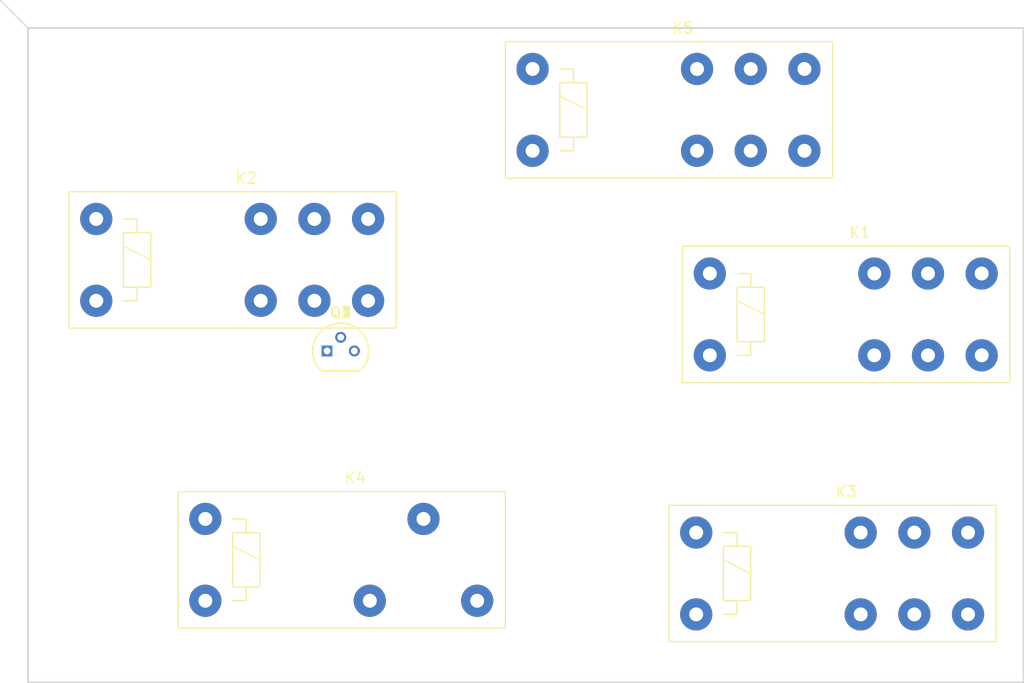
<source format=kicad_pcb>
(kicad_pcb (version 4) (host pcbnew 4.0.7)

  (general
    (links 23)
    (no_connects 21)
    (area 118.034999 72.314999 213.435001 135.965001)
    (thickness 1.6)
    (drawings 5)
    (tracks 0)
    (zones 0)
    (modules 9)
    (nets 27)
  )

  (page A4)
  (layers
    (0 F.Cu signal)
    (31 B.Cu signal)
    (32 B.Adhes user)
    (33 F.Adhes user)
    (34 B.Paste user)
    (35 F.Paste user)
    (36 B.SilkS user)
    (37 F.SilkS user)
    (38 B.Mask user)
    (39 F.Mask user)
    (40 Dwgs.User user)
    (41 Cmts.User user)
    (42 Eco1.User user)
    (43 Eco2.User user)
    (44 Edge.Cuts user)
    (45 Margin user)
    (46 B.CrtYd user)
    (47 F.CrtYd user)
    (48 B.Fab user)
    (49 F.Fab user)
  )

  (setup
    (last_trace_width 0.25)
    (trace_clearance 0.2)
    (zone_clearance 0.508)
    (zone_45_only no)
    (trace_min 0.2)
    (segment_width 0.2)
    (edge_width 0.15)
    (via_size 0.6)
    (via_drill 0.4)
    (via_min_size 0.4)
    (via_min_drill 0.3)
    (uvia_size 0.3)
    (uvia_drill 0.1)
    (uvias_allowed no)
    (uvia_min_size 0.2)
    (uvia_min_drill 0.1)
    (pcb_text_width 0.3)
    (pcb_text_size 1.5 1.5)
    (mod_edge_width 0.15)
    (mod_text_size 1 1)
    (mod_text_width 0.15)
    (pad_size 1.524 1.524)
    (pad_drill 0.762)
    (pad_to_mask_clearance 0.2)
    (aux_axis_origin 0 0)
    (visible_elements FFFFFF7F)
    (pcbplotparams
      (layerselection 0x00030_80000001)
      (usegerberextensions false)
      (excludeedgelayer true)
      (linewidth 0.100000)
      (plotframeref false)
      (viasonmask false)
      (mode 1)
      (useauxorigin false)
      (hpglpennumber 1)
      (hpglpenspeed 20)
      (hpglpendiameter 15)
      (hpglpenoverlay 2)
      (psnegative false)
      (psa4output false)
      (plotreference true)
      (plotvalue true)
      (plotinvisibletext false)
      (padsonsilk false)
      (subtractmaskfromsilk false)
      (outputformat 1)
      (mirror false)
      (drillshape 1)
      (scaleselection 1)
      (outputdirectory ""))
  )

  (net 0 "")
  (net 1 "Net-(D1-Pad1)")
  (net 2 GND)
  (net 3 "Net-(K1-Pad24)")
  (net 4 "Net-(K1-Pad22)")
  (net 5 "Net-(K1-Pad12)")
  (net 6 +VDC)
  (net 7 "Net-(K1-Pad14)")
  (net 8 "Net-(D2-Pad1)")
  (net 9 "Net-(K2-Pad24)")
  (net 10 "Net-(K2-Pad22)")
  (net 11 "Net-(K2-Pad14)")
  (net 12 "Net-(D3-Pad1)")
  (net 13 "Net-(K3-Pad24)")
  (net 14 "Net-(K3-Pad22)")
  (net 15 "Net-(K3-Pad14)")
  (net 16 "Net-(K4-PadA2)")
  (net 17 "Net-(K4-Pad14)")
  (net 18 "Net-(K4-Pad12)")
  (net 19 "Net-(AIR1-Pad1)")
  (net 20 "Net-(K5-Pad22)")
  (net 21 "Net-(K5-Pad12)")
  (net 22 "Net-(K5-Pad14)")
  (net 23 "Net-(Q1-Pad2)")
  (net 24 "Net-(Q2-Pad2)")
  (net 25 "Net-(Q3-Pad2)")
  (net 26 "Net-(Q3-Pad3)")

  (net_class Default "This is the default net class."
    (clearance 0.2)
    (trace_width 0.25)
    (via_dia 0.6)
    (via_drill 0.4)
    (uvia_dia 0.3)
    (uvia_drill 0.1)
    (add_net +VDC)
    (add_net GND)
    (add_net "Net-(AIR1-Pad1)")
    (add_net "Net-(D1-Pad1)")
    (add_net "Net-(D2-Pad1)")
    (add_net "Net-(D3-Pad1)")
    (add_net "Net-(K1-Pad12)")
    (add_net "Net-(K1-Pad14)")
    (add_net "Net-(K1-Pad22)")
    (add_net "Net-(K1-Pad24)")
    (add_net "Net-(K2-Pad14)")
    (add_net "Net-(K2-Pad22)")
    (add_net "Net-(K2-Pad24)")
    (add_net "Net-(K3-Pad14)")
    (add_net "Net-(K3-Pad22)")
    (add_net "Net-(K3-Pad24)")
    (add_net "Net-(K4-Pad12)")
    (add_net "Net-(K4-Pad14)")
    (add_net "Net-(K4-PadA2)")
    (add_net "Net-(K5-Pad12)")
    (add_net "Net-(K5-Pad14)")
    (add_net "Net-(K5-Pad22)")
    (add_net "Net-(Q1-Pad2)")
    (add_net "Net-(Q2-Pad2)")
    (add_net "Net-(Q3-Pad2)")
    (add_net "Net-(Q3-Pad3)")
  )

  (module Relays_THT:Relay_DPDT_Finder_40.52 (layer F.Cu) (tedit 58FA4BF0) (tstamp 5CEBF67B)
    (at 184.15 97.79)
    (descr "Relay DPDT Finder 40.52, Pitch 5mm, https://www.finder-relais.net/de/finder-relais-serie-40.pdf")
    (tags "Relay DPDT Finder 40.52 Pitch 5mm")
    (path /5CE8F613)
    (fp_text reference K1 (at 13.97 -3.81) (layer F.SilkS)
      (effects (font (size 1 1) (thickness 0.15)))
    )
    (fp_text value FINDER-41.52 (at 12.192 11.43) (layer F.Fab)
      (effects (font (size 1 1) (thickness 0.15)))
    )
    (fp_line (start 0 1.8) (end 0 5.8) (layer F.Fab) (width 0.12))
    (fp_line (start -2.5 -2.5) (end 27.5 -2.5) (layer F.Fab) (width 0.12))
    (fp_line (start 27.5 -2.5) (end 27.5 10.1) (layer F.Fab) (width 0.12))
    (fp_line (start 27.5 10.1) (end -2.5 10.1) (layer F.Fab) (width 0.12))
    (fp_line (start -2.5 10.1) (end -2.5 -2.5) (layer F.Fab) (width 0.12))
    (fp_text user %R (at 12.065 3.81) (layer F.Fab)
      (effects (font (size 1 1) (thickness 0.15)))
    )
    (fp_line (start 28.2 -2.78) (end 28.2 10.42) (layer F.CrtYd) (width 0.05))
    (fp_line (start -2.8 -2.78) (end 28.2 -2.78) (layer F.CrtYd) (width 0.05))
    (fp_line (start -2.8 10.42) (end -2.8 -2.78) (layer F.CrtYd) (width 0.05))
    (fp_line (start 28.2 10.42) (end -2.8 10.42) (layer F.CrtYd) (width 0.05))
    (fp_line (start 2.54 2.54) (end 5.08 3.81) (layer F.SilkS) (width 0.12))
    (fp_line (start 3.81 6.35) (end 3.81 7.62) (layer F.SilkS) (width 0.12))
    (fp_line (start 3.81 7.62) (end 2.54 7.62) (layer F.SilkS) (width 0.12))
    (fp_line (start 2.54 0) (end 3.81 0) (layer F.SilkS) (width 0.12))
    (fp_line (start 3.81 0) (end 3.81 1.27) (layer F.SilkS) (width 0.12))
    (fp_line (start 3.81 1.27) (end 5.08 1.27) (layer F.SilkS) (width 0.12))
    (fp_line (start 5.08 1.27) (end 5.08 6.35) (layer F.SilkS) (width 0.12))
    (fp_line (start 5.08 6.35) (end 2.54 6.35) (layer F.SilkS) (width 0.12))
    (fp_line (start 2.54 6.35) (end 2.54 1.27) (layer F.SilkS) (width 0.12))
    (fp_line (start 2.54 1.27) (end 3.81 1.27) (layer F.SilkS) (width 0.12))
    (fp_line (start -2.54 -2.54) (end 27.94 -2.54) (layer F.SilkS) (width 0.12))
    (fp_line (start 27.94 -2.54) (end 27.94 10.16) (layer F.SilkS) (width 0.12))
    (fp_line (start 27.94 10.16) (end -2.54 10.16) (layer F.SilkS) (width 0.12))
    (fp_line (start -2.54 10.16) (end -2.54 -2.54) (layer F.SilkS) (width 0.12))
    (pad A1 thru_hole circle (at 0 0) (size 3 3) (drill 1.3) (layers *.Cu *.Mask)
      (net 1 "Net-(D1-Pad1)"))
    (pad A2 thru_hole circle (at 0 7.62) (size 3 3) (drill 1.3) (layers *.Cu *.Mask)
      (net 2 GND))
    (pad 11 thru_hole circle (at 20.32 0) (size 3 3) (drill 1.3) (layers *.Cu *.Mask)
      (net 1 "Net-(D1-Pad1)"))
    (pad 24 thru_hole circle (at 25.32 7.62) (size 3 3) (drill 1.3) (layers *.Cu *.Mask)
      (net 3 "Net-(K1-Pad24)"))
    (pad 22 thru_hole circle (at 15.32 7.62) (size 3 3) (drill 1.3) (layers *.Cu *.Mask)
      (net 4 "Net-(K1-Pad22)"))
    (pad 12 thru_hole circle (at 15.32 0) (size 3 3) (drill 1.3) (layers *.Cu *.Mask)
      (net 5 "Net-(K1-Pad12)"))
    (pad 21 thru_hole circle (at 20.32 7.62) (size 3 3) (drill 1.3) (layers *.Cu *.Mask)
      (net 6 +VDC))
    (pad 14 thru_hole circle (at 25.32 0) (size 3 3) (drill 1.3) (layers *.Cu *.Mask)
      (net 7 "Net-(K1-Pad14)"))
    (model ${KISYS3DMOD}/Relays_THT.3dshapes/Relay_DPDT_Finder_40.52.wrl
      (at (xyz 0 0 0))
      (scale (xyz 1 1 1))
      (rotate (xyz 0 0 0))
    )
  )

  (module Relays_THT:Relay_DPDT_Finder_40.52 (layer F.Cu) (tedit 58FA4BF0) (tstamp 5CEBF687)
    (at 127 92.71)
    (descr "Relay DPDT Finder 40.52, Pitch 5mm, https://www.finder-relais.net/de/finder-relais-serie-40.pdf")
    (tags "Relay DPDT Finder 40.52 Pitch 5mm")
    (path /5CE8FD02)
    (fp_text reference K2 (at 13.97 -3.81) (layer F.SilkS)
      (effects (font (size 1 1) (thickness 0.15)))
    )
    (fp_text value FINDER-41.52 (at 12.192 11.43) (layer F.Fab)
      (effects (font (size 1 1) (thickness 0.15)))
    )
    (fp_line (start 0 1.8) (end 0 5.8) (layer F.Fab) (width 0.12))
    (fp_line (start -2.5 -2.5) (end 27.5 -2.5) (layer F.Fab) (width 0.12))
    (fp_line (start 27.5 -2.5) (end 27.5 10.1) (layer F.Fab) (width 0.12))
    (fp_line (start 27.5 10.1) (end -2.5 10.1) (layer F.Fab) (width 0.12))
    (fp_line (start -2.5 10.1) (end -2.5 -2.5) (layer F.Fab) (width 0.12))
    (fp_text user %R (at 12.065 3.81) (layer F.Fab)
      (effects (font (size 1 1) (thickness 0.15)))
    )
    (fp_line (start 28.2 -2.78) (end 28.2 10.42) (layer F.CrtYd) (width 0.05))
    (fp_line (start -2.8 -2.78) (end 28.2 -2.78) (layer F.CrtYd) (width 0.05))
    (fp_line (start -2.8 10.42) (end -2.8 -2.78) (layer F.CrtYd) (width 0.05))
    (fp_line (start 28.2 10.42) (end -2.8 10.42) (layer F.CrtYd) (width 0.05))
    (fp_line (start 2.54 2.54) (end 5.08 3.81) (layer F.SilkS) (width 0.12))
    (fp_line (start 3.81 6.35) (end 3.81 7.62) (layer F.SilkS) (width 0.12))
    (fp_line (start 3.81 7.62) (end 2.54 7.62) (layer F.SilkS) (width 0.12))
    (fp_line (start 2.54 0) (end 3.81 0) (layer F.SilkS) (width 0.12))
    (fp_line (start 3.81 0) (end 3.81 1.27) (layer F.SilkS) (width 0.12))
    (fp_line (start 3.81 1.27) (end 5.08 1.27) (layer F.SilkS) (width 0.12))
    (fp_line (start 5.08 1.27) (end 5.08 6.35) (layer F.SilkS) (width 0.12))
    (fp_line (start 5.08 6.35) (end 2.54 6.35) (layer F.SilkS) (width 0.12))
    (fp_line (start 2.54 6.35) (end 2.54 1.27) (layer F.SilkS) (width 0.12))
    (fp_line (start 2.54 1.27) (end 3.81 1.27) (layer F.SilkS) (width 0.12))
    (fp_line (start -2.54 -2.54) (end 27.94 -2.54) (layer F.SilkS) (width 0.12))
    (fp_line (start 27.94 -2.54) (end 27.94 10.16) (layer F.SilkS) (width 0.12))
    (fp_line (start 27.94 10.16) (end -2.54 10.16) (layer F.SilkS) (width 0.12))
    (fp_line (start -2.54 10.16) (end -2.54 -2.54) (layer F.SilkS) (width 0.12))
    (pad A1 thru_hole circle (at 0 0) (size 3 3) (drill 1.3) (layers *.Cu *.Mask)
      (net 8 "Net-(D2-Pad1)"))
    (pad A2 thru_hole circle (at 0 7.62) (size 3 3) (drill 1.3) (layers *.Cu *.Mask)
      (net 2 GND))
    (pad 11 thru_hole circle (at 20.32 0) (size 3 3) (drill 1.3) (layers *.Cu *.Mask)
      (net 8 "Net-(D2-Pad1)"))
    (pad 24 thru_hole circle (at 25.32 7.62) (size 3 3) (drill 1.3) (layers *.Cu *.Mask)
      (net 9 "Net-(K2-Pad24)"))
    (pad 22 thru_hole circle (at 15.32 7.62) (size 3 3) (drill 1.3) (layers *.Cu *.Mask)
      (net 10 "Net-(K2-Pad22)"))
    (pad 12 thru_hole circle (at 15.32 0) (size 3 3) (drill 1.3) (layers *.Cu *.Mask)
      (net 5 "Net-(K1-Pad12)"))
    (pad 21 thru_hole circle (at 20.32 7.62) (size 3 3) (drill 1.3) (layers *.Cu *.Mask)
      (net 4 "Net-(K1-Pad22)"))
    (pad 14 thru_hole circle (at 25.32 0) (size 3 3) (drill 1.3) (layers *.Cu *.Mask)
      (net 11 "Net-(K2-Pad14)"))
    (model ${KISYS3DMOD}/Relays_THT.3dshapes/Relay_DPDT_Finder_40.52.wrl
      (at (xyz 0 0 0))
      (scale (xyz 1 1 1))
      (rotate (xyz 0 0 0))
    )
  )

  (module Relays_THT:Relay_DPDT_Finder_40.52 (layer F.Cu) (tedit 58FA4BF0) (tstamp 5CEBF693)
    (at 182.88 121.92)
    (descr "Relay DPDT Finder 40.52, Pitch 5mm, https://www.finder-relais.net/de/finder-relais-serie-40.pdf")
    (tags "Relay DPDT Finder 40.52 Pitch 5mm")
    (path /5CE903E6)
    (fp_text reference K3 (at 13.97 -3.81) (layer F.SilkS)
      (effects (font (size 1 1) (thickness 0.15)))
    )
    (fp_text value FINDER-41.52 (at 12.192 11.43) (layer F.Fab)
      (effects (font (size 1 1) (thickness 0.15)))
    )
    (fp_line (start 0 1.8) (end 0 5.8) (layer F.Fab) (width 0.12))
    (fp_line (start -2.5 -2.5) (end 27.5 -2.5) (layer F.Fab) (width 0.12))
    (fp_line (start 27.5 -2.5) (end 27.5 10.1) (layer F.Fab) (width 0.12))
    (fp_line (start 27.5 10.1) (end -2.5 10.1) (layer F.Fab) (width 0.12))
    (fp_line (start -2.5 10.1) (end -2.5 -2.5) (layer F.Fab) (width 0.12))
    (fp_text user %R (at 12.065 3.81) (layer F.Fab)
      (effects (font (size 1 1) (thickness 0.15)))
    )
    (fp_line (start 28.2 -2.78) (end 28.2 10.42) (layer F.CrtYd) (width 0.05))
    (fp_line (start -2.8 -2.78) (end 28.2 -2.78) (layer F.CrtYd) (width 0.05))
    (fp_line (start -2.8 10.42) (end -2.8 -2.78) (layer F.CrtYd) (width 0.05))
    (fp_line (start 28.2 10.42) (end -2.8 10.42) (layer F.CrtYd) (width 0.05))
    (fp_line (start 2.54 2.54) (end 5.08 3.81) (layer F.SilkS) (width 0.12))
    (fp_line (start 3.81 6.35) (end 3.81 7.62) (layer F.SilkS) (width 0.12))
    (fp_line (start 3.81 7.62) (end 2.54 7.62) (layer F.SilkS) (width 0.12))
    (fp_line (start 2.54 0) (end 3.81 0) (layer F.SilkS) (width 0.12))
    (fp_line (start 3.81 0) (end 3.81 1.27) (layer F.SilkS) (width 0.12))
    (fp_line (start 3.81 1.27) (end 5.08 1.27) (layer F.SilkS) (width 0.12))
    (fp_line (start 5.08 1.27) (end 5.08 6.35) (layer F.SilkS) (width 0.12))
    (fp_line (start 5.08 6.35) (end 2.54 6.35) (layer F.SilkS) (width 0.12))
    (fp_line (start 2.54 6.35) (end 2.54 1.27) (layer F.SilkS) (width 0.12))
    (fp_line (start 2.54 1.27) (end 3.81 1.27) (layer F.SilkS) (width 0.12))
    (fp_line (start -2.54 -2.54) (end 27.94 -2.54) (layer F.SilkS) (width 0.12))
    (fp_line (start 27.94 -2.54) (end 27.94 10.16) (layer F.SilkS) (width 0.12))
    (fp_line (start 27.94 10.16) (end -2.54 10.16) (layer F.SilkS) (width 0.12))
    (fp_line (start -2.54 10.16) (end -2.54 -2.54) (layer F.SilkS) (width 0.12))
    (pad A1 thru_hole circle (at 0 0) (size 3 3) (drill 1.3) (layers *.Cu *.Mask)
      (net 12 "Net-(D3-Pad1)"))
    (pad A2 thru_hole circle (at 0 7.62) (size 3 3) (drill 1.3) (layers *.Cu *.Mask)
      (net 2 GND))
    (pad 11 thru_hole circle (at 20.32 0) (size 3 3) (drill 1.3) (layers *.Cu *.Mask)
      (net 12 "Net-(D3-Pad1)"))
    (pad 24 thru_hole circle (at 25.32 7.62) (size 3 3) (drill 1.3) (layers *.Cu *.Mask)
      (net 13 "Net-(K3-Pad24)"))
    (pad 22 thru_hole circle (at 15.32 7.62) (size 3 3) (drill 1.3) (layers *.Cu *.Mask)
      (net 14 "Net-(K3-Pad22)"))
    (pad 12 thru_hole circle (at 15.32 0) (size 3 3) (drill 1.3) (layers *.Cu *.Mask)
      (net 5 "Net-(K1-Pad12)"))
    (pad 21 thru_hole circle (at 20.32 7.62) (size 3 3) (drill 1.3) (layers *.Cu *.Mask)
      (net 10 "Net-(K2-Pad22)"))
    (pad 14 thru_hole circle (at 25.32 0) (size 3 3) (drill 1.3) (layers *.Cu *.Mask)
      (net 15 "Net-(K3-Pad14)"))
    (model ${KISYS3DMOD}/Relays_THT.3dshapes/Relay_DPDT_Finder_40.52.wrl
      (at (xyz 0 0 0))
      (scale (xyz 1 1 1))
      (rotate (xyz 0 0 0))
    )
  )

  (module Relays_THT:Relay_SPDT_Finder_40.51 (layer F.Cu) (tedit 58FA4B08) (tstamp 5CEBF69C)
    (at 137.16 120.65)
    (descr "Relay SPDT Finder 40.51 RM5mm, https://www.finder-relais.net/de/finder-relais-serie-40.pdf")
    (tags "Relay SPDT Finder 40.51 Pitch 5mm")
    (path /5CE98DF8)
    (fp_text reference K4 (at 13.97 -3.81) (layer F.SilkS)
      (effects (font (size 1 1) (thickness 0.15)))
    )
    (fp_text value FINDER-40.51 (at 12.192 11.43) (layer F.Fab)
      (effects (font (size 1 1) (thickness 0.15)))
    )
    (fp_line (start 0 1.8) (end 0 5.8) (layer F.Fab) (width 0.12))
    (fp_line (start -2.5 -2.5) (end 27.5 -2.5) (layer F.Fab) (width 0.12))
    (fp_line (start 27.5 -2.5) (end 27.5 10.1) (layer F.Fab) (width 0.12))
    (fp_line (start 27.5 10.1) (end -2.5 10.1) (layer F.Fab) (width 0.12))
    (fp_line (start -2.5 10.1) (end -2.5 -2.5) (layer F.Fab) (width 0.12))
    (fp_text user %R (at 12.065 3.81) (layer F.Fab)
      (effects (font (size 1 1) (thickness 0.15)))
    )
    (fp_line (start 28.2 -2.78) (end 28.2 10.42) (layer F.CrtYd) (width 0.05))
    (fp_line (start -2.8 -2.78) (end 28.2 -2.78) (layer F.CrtYd) (width 0.05))
    (fp_line (start -2.8 10.42) (end -2.8 -2.78) (layer F.CrtYd) (width 0.05))
    (fp_line (start 28.2 10.42) (end -2.8 10.42) (layer F.CrtYd) (width 0.05))
    (fp_line (start 2.54 2.54) (end 5.08 3.81) (layer F.SilkS) (width 0.12))
    (fp_line (start 3.81 6.35) (end 3.81 7.62) (layer F.SilkS) (width 0.12))
    (fp_line (start 3.81 7.62) (end 2.54 7.62) (layer F.SilkS) (width 0.12))
    (fp_line (start 2.54 0) (end 3.81 0) (layer F.SilkS) (width 0.12))
    (fp_line (start 3.81 0) (end 3.81 1.27) (layer F.SilkS) (width 0.12))
    (fp_line (start 3.81 1.27) (end 5.08 1.27) (layer F.SilkS) (width 0.12))
    (fp_line (start 5.08 1.27) (end 5.08 6.35) (layer F.SilkS) (width 0.12))
    (fp_line (start 5.08 6.35) (end 2.54 6.35) (layer F.SilkS) (width 0.12))
    (fp_line (start 2.54 6.35) (end 2.54 1.27) (layer F.SilkS) (width 0.12))
    (fp_line (start 2.54 1.27) (end 3.81 1.27) (layer F.SilkS) (width 0.12))
    (fp_line (start -2.54 -2.54) (end 27.94 -2.54) (layer F.SilkS) (width 0.12))
    (fp_line (start 27.94 -2.54) (end 27.94 10.16) (layer F.SilkS) (width 0.12))
    (fp_line (start 27.94 10.16) (end -2.54 10.16) (layer F.SilkS) (width 0.12))
    (fp_line (start -2.54 10.16) (end -2.54 -2.54) (layer F.SilkS) (width 0.12))
    (pad A1 thru_hole circle (at 0 0) (size 3 3) (drill 1.3) (layers *.Cu *.Mask)
      (net 2 GND))
    (pad A2 thru_hole circle (at 0 7.62) (size 3 3) (drill 1.3) (layers *.Cu *.Mask)
      (net 16 "Net-(K4-PadA2)"))
    (pad 11 thru_hole circle (at 20.32 0) (size 3 3) (drill 1.3) (layers *.Cu *.Mask)
      (net 6 +VDC))
    (pad 14 thru_hole circle (at 25.32 7.62) (size 3 3) (drill 1.3) (layers *.Cu *.Mask)
      (net 17 "Net-(K4-Pad14)"))
    (pad 12 thru_hole circle (at 15.32 7.62) (size 3 3) (drill 1.3) (layers *.Cu *.Mask)
      (net 18 "Net-(K4-Pad12)"))
    (model ${KISYS3DMOD}/Relays_THT.3dshapes/Relay_SPDT_Finder_40.51.wrl
      (at (xyz 0 0 0))
      (scale (xyz 1 1 1))
      (rotate (xyz 0 0 0))
    )
  )

  (module Relays_THT:Relay_DPDT_Finder_40.52 (layer F.Cu) (tedit 58FA4BF0) (tstamp 5CEBF6A8)
    (at 167.64 78.74)
    (descr "Relay DPDT Finder 40.52, Pitch 5mm, https://www.finder-relais.net/de/finder-relais-serie-40.pdf")
    (tags "Relay DPDT Finder 40.52 Pitch 5mm")
    (path /5CE9924F)
    (fp_text reference K5 (at 13.97 -3.81) (layer F.SilkS)
      (effects (font (size 1 1) (thickness 0.15)))
    )
    (fp_text value FINDER-41.52 (at 12.192 11.43) (layer F.Fab)
      (effects (font (size 1 1) (thickness 0.15)))
    )
    (fp_line (start 0 1.8) (end 0 5.8) (layer F.Fab) (width 0.12))
    (fp_line (start -2.5 -2.5) (end 27.5 -2.5) (layer F.Fab) (width 0.12))
    (fp_line (start 27.5 -2.5) (end 27.5 10.1) (layer F.Fab) (width 0.12))
    (fp_line (start 27.5 10.1) (end -2.5 10.1) (layer F.Fab) (width 0.12))
    (fp_line (start -2.5 10.1) (end -2.5 -2.5) (layer F.Fab) (width 0.12))
    (fp_text user %R (at 12.065 3.81) (layer F.Fab)
      (effects (font (size 1 1) (thickness 0.15)))
    )
    (fp_line (start 28.2 -2.78) (end 28.2 10.42) (layer F.CrtYd) (width 0.05))
    (fp_line (start -2.8 -2.78) (end 28.2 -2.78) (layer F.CrtYd) (width 0.05))
    (fp_line (start -2.8 10.42) (end -2.8 -2.78) (layer F.CrtYd) (width 0.05))
    (fp_line (start 28.2 10.42) (end -2.8 10.42) (layer F.CrtYd) (width 0.05))
    (fp_line (start 2.54 2.54) (end 5.08 3.81) (layer F.SilkS) (width 0.12))
    (fp_line (start 3.81 6.35) (end 3.81 7.62) (layer F.SilkS) (width 0.12))
    (fp_line (start 3.81 7.62) (end 2.54 7.62) (layer F.SilkS) (width 0.12))
    (fp_line (start 2.54 0) (end 3.81 0) (layer F.SilkS) (width 0.12))
    (fp_line (start 3.81 0) (end 3.81 1.27) (layer F.SilkS) (width 0.12))
    (fp_line (start 3.81 1.27) (end 5.08 1.27) (layer F.SilkS) (width 0.12))
    (fp_line (start 5.08 1.27) (end 5.08 6.35) (layer F.SilkS) (width 0.12))
    (fp_line (start 5.08 6.35) (end 2.54 6.35) (layer F.SilkS) (width 0.12))
    (fp_line (start 2.54 6.35) (end 2.54 1.27) (layer F.SilkS) (width 0.12))
    (fp_line (start 2.54 1.27) (end 3.81 1.27) (layer F.SilkS) (width 0.12))
    (fp_line (start -2.54 -2.54) (end 27.94 -2.54) (layer F.SilkS) (width 0.12))
    (fp_line (start 27.94 -2.54) (end 27.94 10.16) (layer F.SilkS) (width 0.12))
    (fp_line (start 27.94 10.16) (end -2.54 10.16) (layer F.SilkS) (width 0.12))
    (fp_line (start -2.54 10.16) (end -2.54 -2.54) (layer F.SilkS) (width 0.12))
    (pad A1 thru_hole circle (at 0 0) (size 3 3) (drill 1.3) (layers *.Cu *.Mask)
      (net 2 GND))
    (pad A2 thru_hole circle (at 0 7.62) (size 3 3) (drill 1.3) (layers *.Cu *.Mask)
      (net 16 "Net-(K4-PadA2)"))
    (pad 11 thru_hole circle (at 20.32 0) (size 3 3) (drill 1.3) (layers *.Cu *.Mask)
      (net 16 "Net-(K4-PadA2)"))
    (pad 24 thru_hole circle (at 25.32 7.62) (size 3 3) (drill 1.3) (layers *.Cu *.Mask)
      (net 19 "Net-(AIR1-Pad1)"))
    (pad 22 thru_hole circle (at 15.32 7.62) (size 3 3) (drill 1.3) (layers *.Cu *.Mask)
      (net 20 "Net-(K5-Pad22)"))
    (pad 12 thru_hole circle (at 15.32 0) (size 3 3) (drill 1.3) (layers *.Cu *.Mask)
      (net 21 "Net-(K5-Pad12)"))
    (pad 21 thru_hole circle (at 20.32 7.62) (size 3 3) (drill 1.3) (layers *.Cu *.Mask)
      (net 16 "Net-(K4-PadA2)"))
    (pad 14 thru_hole circle (at 25.32 0) (size 3 3) (drill 1.3) (layers *.Cu *.Mask)
      (net 22 "Net-(K5-Pad14)"))
    (model ${KISYS3DMOD}/Relays_THT.3dshapes/Relay_DPDT_Finder_40.52.wrl
      (at (xyz 0 0 0))
      (scale (xyz 1 1 1))
      (rotate (xyz 0 0 0))
    )
  )

  (module TO_SOT_Packages_THT:TO-92_Molded_Narrow (layer F.Cu) (tedit 58CE52AF) (tstamp 5CEBF6AF)
    (at 148.5011 105.0036)
    (descr "TO-92 leads molded, narrow, drill 0.6mm (see NXP sot054_po.pdf)")
    (tags "to-92 sc-43 sc-43a sot54 PA33 transistor")
    (path /5CE8F803)
    (fp_text reference Q1 (at 1.27 -3.56) (layer F.SilkS)
      (effects (font (size 1 1) (thickness 0.15)))
    )
    (fp_text value MPSA92 (at 1.27 2.79) (layer F.Fab)
      (effects (font (size 1 1) (thickness 0.15)))
    )
    (fp_text user %R (at 1.27 -3.56) (layer F.Fab)
      (effects (font (size 1 1) (thickness 0.15)))
    )
    (fp_line (start -0.53 1.85) (end 3.07 1.85) (layer F.SilkS) (width 0.12))
    (fp_line (start -0.5 1.75) (end 3 1.75) (layer F.Fab) (width 0.1))
    (fp_line (start -1.46 -2.73) (end 4 -2.73) (layer F.CrtYd) (width 0.05))
    (fp_line (start -1.46 -2.73) (end -1.46 2.01) (layer F.CrtYd) (width 0.05))
    (fp_line (start 4 2.01) (end 4 -2.73) (layer F.CrtYd) (width 0.05))
    (fp_line (start 4 2.01) (end -1.46 2.01) (layer F.CrtYd) (width 0.05))
    (fp_arc (start 1.27 0) (end 1.27 -2.48) (angle 135) (layer F.Fab) (width 0.1))
    (fp_arc (start 1.27 0) (end 1.27 -2.6) (angle -135) (layer F.SilkS) (width 0.12))
    (fp_arc (start 1.27 0) (end 1.27 -2.48) (angle -135) (layer F.Fab) (width 0.1))
    (fp_arc (start 1.27 0) (end 1.27 -2.6) (angle 135) (layer F.SilkS) (width 0.12))
    (pad 2 thru_hole circle (at 1.27 -1.27 90) (size 1 1) (drill 0.6) (layers *.Cu *.Mask)
      (net 23 "Net-(Q1-Pad2)"))
    (pad 3 thru_hole circle (at 2.54 0 90) (size 1 1) (drill 0.6) (layers *.Cu *.Mask)
      (net 1 "Net-(D1-Pad1)"))
    (pad 1 thru_hole rect (at 0 0 90) (size 1 1) (drill 0.6) (layers *.Cu *.Mask)
      (net 6 +VDC))
    (model ${KISYS3DMOD}/TO_SOT_Packages_THT.3dshapes/TO-92_Molded_Narrow.wrl
      (at (xyz 0.05 0 0))
      (scale (xyz 1 1 1))
      (rotate (xyz 0 0 -90))
    )
  )

  (module TO_SOT_Packages_THT:TO-92_Molded_Narrow (layer F.Cu) (tedit 58CE52AF) (tstamp 5CEBF6B6)
    (at 148.5011 105.0036)
    (descr "TO-92 leads molded, narrow, drill 0.6mm (see NXP sot054_po.pdf)")
    (tags "to-92 sc-43 sc-43a sot54 PA33 transistor")
    (path /5CE8FD0E)
    (fp_text reference Q2 (at 1.27 -3.56) (layer F.SilkS)
      (effects (font (size 1 1) (thickness 0.15)))
    )
    (fp_text value MPSA92 (at 1.27 2.79) (layer F.Fab)
      (effects (font (size 1 1) (thickness 0.15)))
    )
    (fp_text user %R (at 1.27 -3.56) (layer F.Fab)
      (effects (font (size 1 1) (thickness 0.15)))
    )
    (fp_line (start -0.53 1.85) (end 3.07 1.85) (layer F.SilkS) (width 0.12))
    (fp_line (start -0.5 1.75) (end 3 1.75) (layer F.Fab) (width 0.1))
    (fp_line (start -1.46 -2.73) (end 4 -2.73) (layer F.CrtYd) (width 0.05))
    (fp_line (start -1.46 -2.73) (end -1.46 2.01) (layer F.CrtYd) (width 0.05))
    (fp_line (start 4 2.01) (end 4 -2.73) (layer F.CrtYd) (width 0.05))
    (fp_line (start 4 2.01) (end -1.46 2.01) (layer F.CrtYd) (width 0.05))
    (fp_arc (start 1.27 0) (end 1.27 -2.48) (angle 135) (layer F.Fab) (width 0.1))
    (fp_arc (start 1.27 0) (end 1.27 -2.6) (angle -135) (layer F.SilkS) (width 0.12))
    (fp_arc (start 1.27 0) (end 1.27 -2.48) (angle -135) (layer F.Fab) (width 0.1))
    (fp_arc (start 1.27 0) (end 1.27 -2.6) (angle 135) (layer F.SilkS) (width 0.12))
    (pad 2 thru_hole circle (at 1.27 -1.27 90) (size 1 1) (drill 0.6) (layers *.Cu *.Mask)
      (net 24 "Net-(Q2-Pad2)"))
    (pad 3 thru_hole circle (at 2.54 0 90) (size 1 1) (drill 0.6) (layers *.Cu *.Mask)
      (net 8 "Net-(D2-Pad1)"))
    (pad 1 thru_hole rect (at 0 0 90) (size 1 1) (drill 0.6) (layers *.Cu *.Mask)
      (net 6 +VDC))
    (model ${KISYS3DMOD}/TO_SOT_Packages_THT.3dshapes/TO-92_Molded_Narrow.wrl
      (at (xyz 0.05 0 0))
      (scale (xyz 1 1 1))
      (rotate (xyz 0 0 -90))
    )
  )

  (module TO_SOT_Packages_THT:TO-92_Molded_Narrow (layer F.Cu) (tedit 58CE52AF) (tstamp 5CEBF6BD)
    (at 148.5011 105.0036)
    (descr "TO-92 leads molded, narrow, drill 0.6mm (see NXP sot054_po.pdf)")
    (tags "to-92 sc-43 sc-43a sot54 PA33 transistor")
    (path /5CE90DBB)
    (fp_text reference Q3 (at 1.27 -3.56) (layer F.SilkS)
      (effects (font (size 1 1) (thickness 0.15)))
    )
    (fp_text value MPSA42 (at 1.27 2.79) (layer F.Fab)
      (effects (font (size 1 1) (thickness 0.15)))
    )
    (fp_text user %R (at 1.27 -3.56) (layer F.Fab)
      (effects (font (size 1 1) (thickness 0.15)))
    )
    (fp_line (start -0.53 1.85) (end 3.07 1.85) (layer F.SilkS) (width 0.12))
    (fp_line (start -0.5 1.75) (end 3 1.75) (layer F.Fab) (width 0.1))
    (fp_line (start -1.46 -2.73) (end 4 -2.73) (layer F.CrtYd) (width 0.05))
    (fp_line (start -1.46 -2.73) (end -1.46 2.01) (layer F.CrtYd) (width 0.05))
    (fp_line (start 4 2.01) (end 4 -2.73) (layer F.CrtYd) (width 0.05))
    (fp_line (start 4 2.01) (end -1.46 2.01) (layer F.CrtYd) (width 0.05))
    (fp_arc (start 1.27 0) (end 1.27 -2.48) (angle 135) (layer F.Fab) (width 0.1))
    (fp_arc (start 1.27 0) (end 1.27 -2.6) (angle -135) (layer F.SilkS) (width 0.12))
    (fp_arc (start 1.27 0) (end 1.27 -2.48) (angle -135) (layer F.Fab) (width 0.1))
    (fp_arc (start 1.27 0) (end 1.27 -2.6) (angle 135) (layer F.SilkS) (width 0.12))
    (pad 2 thru_hole circle (at 1.27 -1.27 90) (size 1 1) (drill 0.6) (layers *.Cu *.Mask)
      (net 25 "Net-(Q3-Pad2)"))
    (pad 3 thru_hole circle (at 2.54 0 90) (size 1 1) (drill 0.6) (layers *.Cu *.Mask)
      (net 26 "Net-(Q3-Pad3)"))
    (pad 1 thru_hole rect (at 0 0 90) (size 1 1) (drill 0.6) (layers *.Cu *.Mask)
      (net 12 "Net-(D3-Pad1)"))
    (model ${KISYS3DMOD}/TO_SOT_Packages_THT.3dshapes/TO-92_Molded_Narrow.wrl
      (at (xyz 0.05 0 0))
      (scale (xyz 1 1 1))
      (rotate (xyz 0 0 -90))
    )
  )

  (module TO_SOT_Packages_THT:TO-92_Molded_Narrow (layer F.Cu) (tedit 58CE52AF) (tstamp 5CEBF6C4)
    (at 148.5011 105.0036)
    (descr "TO-92 leads molded, narrow, drill 0.6mm (see NXP sot054_po.pdf)")
    (tags "to-92 sc-43 sc-43a sot54 PA33 transistor")
    (path /5CE903F2)
    (fp_text reference Q4 (at 1.27 -3.56) (layer F.SilkS)
      (effects (font (size 1 1) (thickness 0.15)))
    )
    (fp_text value MPSA92 (at 1.27 2.79) (layer F.Fab)
      (effects (font (size 1 1) (thickness 0.15)))
    )
    (fp_text user %R (at 1.27 -3.56) (layer F.Fab)
      (effects (font (size 1 1) (thickness 0.15)))
    )
    (fp_line (start -0.53 1.85) (end 3.07 1.85) (layer F.SilkS) (width 0.12))
    (fp_line (start -0.5 1.75) (end 3 1.75) (layer F.Fab) (width 0.1))
    (fp_line (start -1.46 -2.73) (end 4 -2.73) (layer F.CrtYd) (width 0.05))
    (fp_line (start -1.46 -2.73) (end -1.46 2.01) (layer F.CrtYd) (width 0.05))
    (fp_line (start 4 2.01) (end 4 -2.73) (layer F.CrtYd) (width 0.05))
    (fp_line (start 4 2.01) (end -1.46 2.01) (layer F.CrtYd) (width 0.05))
    (fp_arc (start 1.27 0) (end 1.27 -2.48) (angle 135) (layer F.Fab) (width 0.1))
    (fp_arc (start 1.27 0) (end 1.27 -2.6) (angle -135) (layer F.SilkS) (width 0.12))
    (fp_arc (start 1.27 0) (end 1.27 -2.48) (angle -135) (layer F.Fab) (width 0.1))
    (fp_arc (start 1.27 0) (end 1.27 -2.6) (angle 135) (layer F.SilkS) (width 0.12))
    (pad 2 thru_hole circle (at 1.27 -1.27 90) (size 1 1) (drill 0.6) (layers *.Cu *.Mask)
      (net 26 "Net-(Q3-Pad3)"))
    (pad 3 thru_hole circle (at 2.54 0 90) (size 1 1) (drill 0.6) (layers *.Cu *.Mask)
      (net 12 "Net-(D3-Pad1)"))
    (pad 1 thru_hole rect (at 0 0 90) (size 1 1) (drill 0.6) (layers *.Cu *.Mask)
      (net 6 +VDC))
    (model ${KISYS3DMOD}/TO_SOT_Packages_THT.3dshapes/TO-92_Molded_Narrow.wrl
      (at (xyz 0.05 0 0))
      (scale (xyz 1 1 1))
      (rotate (xyz 0 0 -90))
    )
  )

  (gr_line (start 120.65 74.93) (end 118.11 72.39) (angle 90) (layer Edge.Cuts) (width 0.15))
  (gr_line (start 120.65 135.89) (end 120.65 74.93) (angle 90) (layer Edge.Cuts) (width 0.15))
  (gr_line (start 213.36 135.89) (end 120.65 135.89) (angle 90) (layer Edge.Cuts) (width 0.15))
  (gr_line (start 213.36 74.93) (end 213.36 135.89) (angle 90) (layer Edge.Cuts) (width 0.15))
  (gr_line (start 120.65 74.93) (end 213.36 74.93) (angle 90) (layer Edge.Cuts) (width 0.15))

)

</source>
